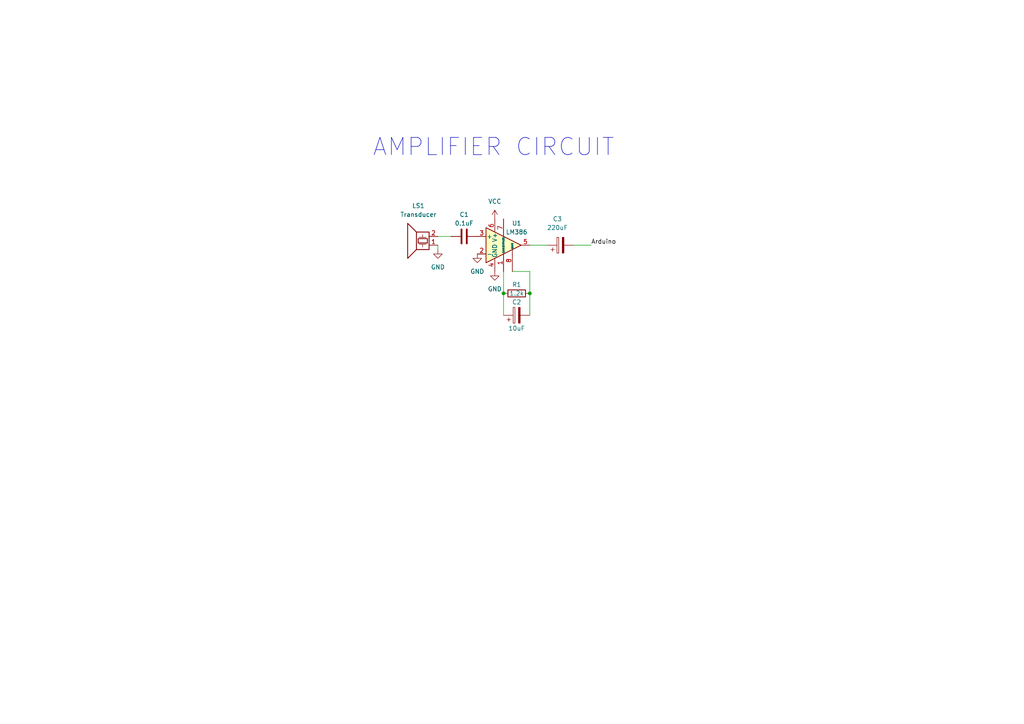
<source format=kicad_sch>
(kicad_sch (version 20211123) (generator eeschema)
  (paper "A4")
  (lib_symbols
    (symbol "Amplifier_Audio:LM386" (pin_names (offset 0.127))
      (property "Reference" "U" (at 1.27 7.62 0))
      (property "Value" "LM386" (at 1.27 5.08 0))
      (symbol "LM386_0_1"
        (polyline (pts (xy 5.08 0) (xy -5.08 5.08) (xy -5.08 -5.08) (xy 5.08 0)) (stroke (width 0.254)) (fill (type background)))
      )
      (symbol "LM386_1_1"
        (pin input line (at 0 -7.62 90) (length 5.08) (name "GAIN") (number "1"))
        (pin input line (at -7.62 -2.54 0) (length 2.54) (name "-") (number "2"))
        (pin input line (at -7.62 2.54 0) (length 2.54) (name "+") (number "3"))
        (pin power_in line (at -2.54 -7.62 90) (length 3.81) (name "GND") (number "4"))
        (pin output line (at 7.62 0 180) (length 2.54) (name "~") (number "5"))
        (pin power_in line (at -2.54 7.62 270) (length 3.81) (name "V+") (number "6"))
        (pin input line (at 0 7.62 270) (length 5.08) (name "BYPASS") (number "7"))
        (pin input line (at 2.54 -7.62 90) (length 6.35) (name "GAIN") (number "8"))
      )
    )
    (symbol "Device:C" (pin_numbers hide) (pin_names (offset 0.254))
      (property "Reference" "C" (at 0.635 2.54 0))
      (property "Value" "C" (at 0.635 -2.54 0))
      (symbol "C_0_1"
        (polyline (pts (xy -2.032 -0.762) (xy 2.032 -0.762)) (stroke (width 0.508)))
        (polyline (pts (xy -2.032 0.762) (xy 2.032 0.762)) (stroke (width 0.508)))
      )
      (symbol "C_1_1"
        (pin passive line (at 0 3.81 270) (length 2.794) (name "~") (number "1"))
        (pin passive line (at 0 -3.81 90) (length 2.794) (name "~") (number "2"))
      )
    )
    (symbol "Device:C_Polarized" (pin_numbers hide) (pin_names (offset 0.254))
      (property "Reference" "C" (at 0.635 2.54 0))
      (property "Value" "C_Polarized" (at 0.635 -2.54 0))
      (symbol "C_Polarized_0_1"
        (rectangle (start -2.286 0.508) (end 2.286 1.016))
        (polyline (pts (xy -1.778 2.286) (xy -0.762 2.286)))
        (polyline (pts (xy -1.27 2.794) (xy -1.27 1.778)))
        (rectangle (start 2.286 -0.508) (end -2.286 -1.016) (fill (type outline)))
      )
      (symbol "C_Polarized_1_1"
        (pin passive line (at 0 3.81 270) (length 2.794) (name "~") (number "1"))
        (pin passive line (at 0 -3.81 90) (length 2.794) (name "~") (number "2"))
      )
    )
    (symbol "Device:R" (pin_numbers hide) (pin_names (offset 0))
      (property "Reference" "R" (at 2.032 0 90))
      (property "Value" "R" (at 0 0 90))
      (symbol "R_0_1"
        (rectangle (start -1.016 -2.54) (end 1.016 2.54) (stroke (width 0.254)))
      )
      (symbol "R_1_1"
        (pin passive line (at 0 3.81 270) (length 1.27) (name "~") (number "1"))
        (pin passive line (at 0 -3.81 90) (length 1.27) (name "~") (number "2"))
      )
    )
    (symbol "Device:Speaker_Crystal" (pin_names (offset 0) hide)
      (property "Reference" "LS" (at 0.635 5.715 0))
      (property "Value" "Speaker_Crystal" (at 0.635 3.81 0))
      (symbol "Speaker_Crystal_0_0"
        (rectangle (start -2.54 1.27) (end 1.143 -3.81) (stroke (width 0.254)))
        (rectangle (start -2.032 -0.635) (end 0.635 -1.905) (stroke (width 0.254)))
        (polyline (pts (xy -1.651 -2.286) (xy 0.381 -2.286)))
        (polyline (pts (xy -1.651 -0.254) (xy 0.381 -0.254)))
        (polyline (pts (xy -0.635 -2.286) (xy -0.635 -3.048)))
        (polyline (pts (xy -0.635 -0.254) (xy -0.635 0.508)))
        (polyline (pts (xy 1.143 1.27) (xy 3.683 3.81) (xy 3.683 -6.35) (xy 1.143 -3.81)) (stroke (width 0.254)))
      )
      (symbol "Speaker_Crystal_1_1"
        (pin input line (at -5.08 0 0) (length 2.54) (name "1") (number "1"))
        (pin input line (at -5.08 -2.54 0) (length 2.54) (name "2") (number "2"))
      )
    )
    (symbol "power:GND" (power) (pin_names (offset 0))
      (property "Value" "GND" (at 0 -3.81 0))
      (symbol "GND_0_1"
        (polyline (pts (xy 0 0) (xy 0 -1.27) (xy 1.27 -1.27) (xy 0 -2.54) (xy -1.27 -1.27) (xy 0 -1.27)))
      )
      (symbol "GND_1_1"
        (pin power_in line (at 0 0 270) (length 0) hide (name "GND") (number "1"))
      )
    )
    (symbol "power:VCC" (power) (pin_names (offset 0))
      (property "Value" "VCC" (at 0 3.81 0))
      (symbol "VCC_0_1"
        (polyline (pts (xy -0.762 1.27) (xy 0 2.54)))
        (polyline (pts (xy 0 0) (xy 0 2.54)))
        (polyline (pts (xy 0 2.54) (xy 0.762 1.27)))
      )
      (symbol "VCC_1_1"
        (pin power_in line (at 0 0 90) (length 0) hide (name "VCC") (number "1"))
      )
    )
  )
  (junction (at 153.67 85.09))
  (junction (at 146.05 85.09))
  (wire (pts (xy 127 68.58) (xy 130.81 68.58)))
  (wire (pts (xy 148.59 78.74) (xy 153.67 78.74)))
  (wire (pts (xy 153.67 78.74) (xy 153.67 85.09)))
  (wire (pts (xy 171.45 71.12) (xy 166.37 71.12)))
  (wire (pts (xy 127 72.39) (xy 127 71.12)))
  (wire (pts (xy 146.05 78.74) (xy 146.05 85.09)))
  (wire (pts (xy 153.67 85.09) (xy 153.67 91.44)))
  (wire (pts (xy 158.75 71.12) (xy 153.67 71.12)))
  (wire (pts (xy 146.05 85.09) (xy 146.05 91.44)))
  (text "AMPLIFIER CIRCUIT" (at 107.95 45.72 0) (effects (font (size 5 5)) (justify left bottom)))
  (label "Arduino" (at 171.45 71.12 0))
  (symbol (lib_id "power:VCC") (at 143.51 63.5 0) (unit 1)
    (property "Reference" "#PWR?" (effects hide))
    (property "Value" "VCC" (at 143.51 58.42 0))
  )
  (symbol (lib_id "power:GND") (at 127 72.39 0) (unit 1)
    (property "Reference" "#PWR?" (effects hide))
    (property "Value" "GND" (at 127 77.47 0))
  )
  (symbol (lib_id "Device:R") (at 149.86 85.09 90) (unit 1)
    (property "Reference" "R1" (at 149.86 82.55 90))
    (property "Value" "1.2k" (at 149.86 85.09 90))
    (property "Footprint" "Resistor_THT:R_Axial_DIN0309_L9.0mm_D3.2mm_P12.70mm_Horizontal" (effects hide))
  )
  (symbol (lib_id "Device:C_Polarized") (at 162.56 71.12 90) (unit 1)
    (property "Reference" "C3" (at 161.671 63.5 90))
    (property "Value" "220uF" (at 161.671 66.04 90))
    (property "Footprint" "Capacitor_THT:CP_Radial_D5.0mm_P2.50mm" (effects hide))
  )
  (symbol (lib_id "Device:Speaker_Crystal") (at 121.92 71.12 180) (unit 1)
    (property "Reference" "LS1" (at 121.3485 59.69 0))
    (property "Value" "Transducer" (at 121.3485 62.23 0))
    (property "Footprint" "Connector_PinHeader_1.00mm:PinHeader_1x02_P1.00mm_Vertical" (effects hide))
  )
  (symbol (lib_id "Device:C_Polarized") (at 149.86 91.44 90) (unit 1)
    (property "Reference" "C2" (at 149.86 87.63 90))
    (property "Value" "10uF" (at 149.86 95.25 90))
    (property "Footprint" "Capacitor_THT:CP_Radial_D5.0mm_P2.50mm" (effects hide))
  )
  (symbol (lib_id "Device:C") (at 134.62 68.58 90) (unit 1)
    (property "Reference" "C1" (at 134.62 62.23 90))
    (property "Value" "0.1uF" (at 134.62 64.77 90))
    (property "Footprint" "Capacitor_THT:C_Disc_D3.8mm_W2.6mm_P2.50mm" (effects hide))
  )
  (symbol (lib_id "Amplifier_Audio:LM386") (at 146.05 71.12 0) (unit 1)
    (property "Reference" "U1" (at 149.86 64.77 0))
    (property "Value" "LM386" (at 149.86 67.31 0))
    (property "Footprint" "Package_DIP:DIP-8_W7.62mm" (effects hide))
    (property "Datasheet" "http://www.ti.com/lit/ds/symlink/lm386.pdf" (effects hide))
  )
  (symbol (lib_id "power:GND") (at 138.43 73.66 0) (unit 1)
    (property "Reference" "#PWR?" (effects hide))
    (property "Value" "GND" (at 138.43 78.74 0))
  )
  (symbol (lib_id "power:GND") (at 143.51 78.74 0) (unit 1)
    (property "Reference" "#PWR?" (effects hide))
    (property "Value" "GND" (at 143.51 83.82 0))
  )
)
</source>
